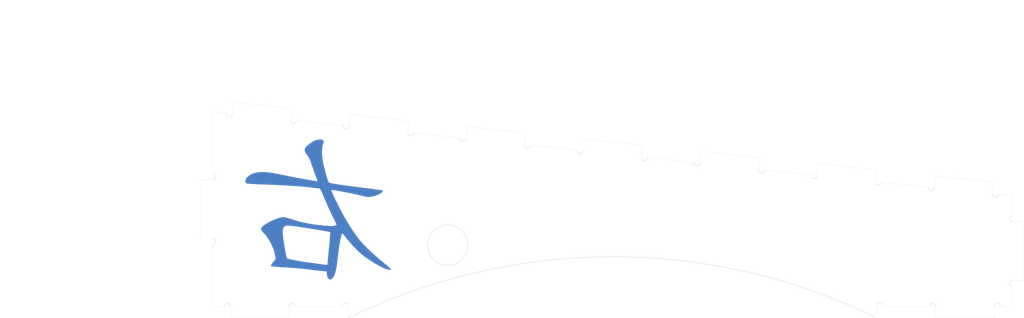
<source format=kicad_pcb>
(kicad_pcb (version 20171130) (host pcbnew 5.1.5+dfsg1-2build2)

  (general
    (thickness 1.6)
    (drawings 81)
    (tracks 0)
    (zones 0)
    (modules 1)
    (nets 1)
  )

  (page A4)
  (layers
    (0 F.Cu signal)
    (31 B.Cu signal)
    (32 B.Adhes user)
    (33 F.Adhes user)
    (34 B.Paste user)
    (35 F.Paste user)
    (36 B.SilkS user)
    (37 F.SilkS user)
    (38 B.Mask user)
    (39 F.Mask user)
    (40 Dwgs.User user)
    (41 Cmts.User user)
    (42 Eco1.User user)
    (43 Eco2.User user)
    (44 Edge.Cuts user)
    (45 Margin user)
    (46 B.CrtYd user)
    (47 F.CrtYd user)
    (48 B.Fab user)
    (49 F.Fab user)
  )

  (setup
    (last_trace_width 0.35)
    (trace_clearance 0.25)
    (zone_clearance 0.508)
    (zone_45_only no)
    (trace_min 0.3)
    (via_size 0.8)
    (via_drill 0.4)
    (via_min_size 0.5)
    (via_min_drill 0.4)
    (uvia_size 0.3)
    (uvia_drill 0.1)
    (uvias_allowed no)
    (uvia_min_size 0.2)
    (uvia_min_drill 0.1)
    (edge_width 0.05)
    (segment_width 0.2)
    (pcb_text_width 0.3)
    (pcb_text_size 1.5 1.5)
    (mod_edge_width 0.12)
    (mod_text_size 1 1)
    (mod_text_width 0.15)
    (pad_size 1.524 1.524)
    (pad_drill 0.762)
    (pad_to_mask_clearance 0.051)
    (solder_mask_min_width 0.25)
    (aux_axis_origin 0 0)
    (visible_elements FFFFFF7F)
    (pcbplotparams
      (layerselection 0x010fc_ffffffff)
      (usegerberextensions false)
      (usegerberattributes false)
      (usegerberadvancedattributes false)
      (creategerberjobfile false)
      (excludeedgelayer true)
      (linewidth 0.100000)
      (plotframeref false)
      (viasonmask false)
      (mode 1)
      (useauxorigin false)
      (hpglpennumber 1)
      (hpglpenspeed 20)
      (hpglpendiameter 15.000000)
      (psnegative false)
      (psa4output false)
      (plotreference true)
      (plotvalue true)
      (plotinvisibletext false)
      (padsonsilk false)
      (subtractmaskfromsilk false)
      (outputformat 1)
      (mirror false)
      (drillshape 1)
      (scaleselection 1)
      (outputdirectory ""))
  )

  (net 0 "")

  (net_class Default "This is the default net class."
    (clearance 0.25)
    (trace_width 0.35)
    (via_dia 0.8)
    (via_drill 0.4)
    (uvia_dia 0.3)
    (uvia_drill 0.1)
    (diff_pair_width 0.3)
    (diff_pair_gap 0.25)
  )

  (net_class Power ""
    (clearance 0.25)
    (trace_width 0.45)
    (via_dia 1)
    (via_drill 0.4)
    (uvia_dia 0.3)
    (uvia_drill 0.1)
    (diff_pair_width 0.3)
    (diff_pair_gap 0.25)
  )

  (module Digi:Right (layer B.Cu) (tedit 0) (tstamp 5F3393DC)
    (at 160.9 104.556 180)
    (fp_text reference "" (at 0 0) (layer B.SilkS)
      (effects (font (size 1.27 1.27) (thickness 0.15)) (justify mirror))
    )
    (fp_text value "" (at 0 0) (layer B.SilkS)
      (effects (font (size 1.27 1.27) (thickness 0.15)) (justify mirror))
    )
    (fp_poly (pts (xy -0.41256 9.423927) (xy -0.157025 9.376437) (xy 0.038821 9.298726) (xy 0.315616 9.143182)
      (xy 0.625447 8.941835) (xy 0.920405 8.726713) (xy 1.15258 8.529845) (xy 1.228591 8.450127)
      (xy 1.390353 8.165744) (xy 1.393361 7.873209) (xy 1.236126 7.555491) (xy 1.139383 7.430927)
      (xy 0.941191 7.157983) (xy 0.754356 6.839031) (xy 0.614466 6.539327) (xy 0.563251 6.374493)
      (xy 0.50907 6.178232) (xy 0.449424 6.011333) (xy 0.37551 5.811512) (xy 0.276941 5.527064)
      (xy 0.212636 5.334) (xy 0.093752 4.990402) (xy -0.052311 4.595011) (xy -0.152301 4.338177)
      (xy -0.254219 4.066645) (xy -0.317509 3.863211) (xy -0.328557 3.771673) (xy -0.328434 3.771545)
      (xy -0.236653 3.774809) (xy -0.001709 3.806924) (xy 0.353485 3.863685) (xy 0.806014 3.940887)
      (xy 1.332966 4.034328) (xy 1.911429 4.139802) (xy 2.518487 4.253106) (xy 3.13123 4.370034)
      (xy 3.726742 4.486385) (xy 4.282111 4.597952) (xy 4.774423 4.700532) (xy 4.995334 4.748361)
      (xy 5.973626 4.932193) (xy 6.821343 5.022027) (xy 7.549418 5.016864) (xy 8.168786 4.915702)
      (xy 8.69038 4.717543) (xy 9.125134 4.421388) (xy 9.187032 4.365158) (xy 9.388617 4.109562)
      (xy 9.484762 3.845135) (xy 9.466133 3.6147) (xy 9.376834 3.494201) (xy 9.269215 3.471338)
      (xy 9.013235 3.444913) (xy 8.629798 3.416237) (xy 8.139806 3.386624) (xy 7.564161 3.357386)
      (xy 6.923766 3.329835) (xy 6.519334 3.314739) (xy 5.533164 3.275905) (xy 4.559034 3.229798)
      (xy 3.620664 3.177997) (xy 2.741776 3.122079) (xy 1.946089 3.063622) (xy 1.257325 3.004203)
      (xy 0.699204 2.945401) (xy 0.425414 2.909393) (xy 0.051606 2.856859) (xy -0.222681 2.825314)
      (xy -0.464843 2.807226) (xy -0.510488 2.804805) (xy -0.591989 2.788797) (xy -0.668758 2.735489)
      (xy -0.752693 2.623657) (xy -0.855692 2.432077) (xy -0.989654 2.139528) (xy -1.166476 1.724787)
      (xy -1.3116 1.375833) (xy -1.549 0.817287) (xy -1.814318 0.217707) (xy -2.081845 -0.366305)
      (xy -2.325876 -0.878149) (xy -2.432459 -1.092097) (xy -2.623403 -1.471399) (xy -2.780829 -1.791543)
      (xy -2.891539 -2.025108) (xy -2.942339 -2.144673) (xy -2.943681 -2.154454) (xy -2.746224 -2.250044)
      (xy -2.543122 -2.308584) (xy -2.295759 -2.333362) (xy -1.965523 -2.327667) (xy -1.5138 -2.294789)
      (xy -1.406814 -2.28536) (xy -0.457453 -2.190161) (xy 0.367861 -2.082861) (xy 1.114385 -1.954662)
      (xy 1.827373 -1.796768) (xy 2.552081 -1.600385) (xy 3.279096 -1.374566) (xy 3.691013 -1.242834)
      (xy 3.98445 -1.159465) (xy 4.20125 -1.118325) (xy 4.383254 -1.113278) (xy 4.572308 -1.13819)
      (xy 4.707406 -1.165148) (xy 5.094935 -1.278678) (xy 5.564418 -1.464225) (xy 6.059892 -1.69556)
      (xy 6.525393 -1.946451) (xy 6.904959 -2.190668) (xy 6.921776 -2.203049) (xy 7.194239 -2.433886)
      (xy 7.323961 -2.636894) (xy 7.311192 -2.843779) (xy 7.156186 -3.086246) (xy 6.930706 -3.326388)
      (xy 6.59065 -3.726766) (xy 6.249416 -4.241541) (xy 5.934768 -4.818269) (xy 5.674474 -5.404508)
      (xy 5.496298 -5.947813) (xy 5.46177 -6.1009) (xy 5.408509 -6.373505) (xy 5.361713 -6.61245)
      (xy 5.374407 -6.823258) (xy 5.515525 -7.042168) (xy 5.548207 -7.078116) (xy 5.814119 -7.389112)
      (xy 5.958347 -7.620908) (xy 5.97486 -7.763211) (xy 5.960419 -7.781789) (xy 5.856746 -7.806258)
      (xy 5.609684 -7.836102) (xy 5.245009 -7.869082) (xy 4.788493 -7.90296) (xy 4.265911 -7.935497)
      (xy 4.062235 -7.946681) (xy 2.49043 -8.052545) (xy 1.016948 -8.200447) (xy -0.084666 -8.345846)
      (xy -0.270937 -8.368094) (xy -0.566063 -8.398211) (xy -0.910143 -8.430123) (xy -0.9525 -8.433839)
      (xy -1.608666 -8.491013) (xy -1.608666 -8.769661) (xy -1.657532 -9.151336) (xy -1.794258 -9.436754)
      (xy -1.94036 -9.563602) (xy -2.076272 -9.602709) (xy -2.2186 -9.545026) (xy -2.370826 -9.420583)
      (xy -2.536765 -9.20978) (xy -2.682708 -8.887884) (xy -2.811959 -8.442143) (xy -2.927823 -7.859809)
      (xy -3.033604 -7.128132) (xy -3.089895 -6.646334) (xy -3.168356 -5.983939) (xy -3.255115 -5.349705)
      (xy -3.346242 -4.764699) (xy -3.437808 -4.249985) (xy -3.525884 -3.826629) (xy -3.606539 -3.515698)
      (xy -3.675843 -3.338257) (xy -3.713287 -3.304494) (xy -3.786704 -3.369486) (xy -3.924802 -3.536691)
      (xy -4.082519 -3.748994) (xy -4.254052 -3.969821) (xy -4.512694 -4.277969) (xy -4.828287 -4.638601)
      (xy -5.170674 -5.016878) (xy -5.310185 -5.16726) (xy -5.701034 -5.575547) (xy -6.046036 -5.908584)
      (xy -6.388879 -6.202957) (xy -6.773251 -6.495249) (xy -7.242838 -6.822044) (xy -7.461242 -6.968568)
      (xy -8.191182 -7.435505) (xy -8.817645 -7.792704) (xy -9.35813 -8.048912) (xy -9.830136 -8.212876)
      (xy -10.05334 -8.264402) (xy -10.231331 -8.28329) (xy -10.308392 -8.249612) (xy -10.277891 -8.155184)
      (xy -10.133194 -7.991822) (xy -9.867667 -7.751343) (xy -9.474678 -7.425563) (xy -9.186333 -7.194782)
      (xy -8.695428 -6.789725) (xy -8.165173 -6.325587) (xy -7.626052 -5.831331) (xy -7.108549 -5.335919)
      (xy -6.643148 -4.868314) (xy -6.260333 -4.457481) (xy -6.068768 -4.232791) (xy -5.50799 -3.488785)
      (xy -5.279965 -3.150667) (xy -2.078222 -3.150667) (xy -2.07819 -3.239117) (xy -2.063377 -3.473394)
      (xy -2.035625 -3.830811) (xy -1.996777 -4.28868) (xy -1.948676 -4.824314) (xy -1.900725 -5.336016)
      (xy -1.844877 -5.923269) (xy -1.794725 -6.454625) (xy -1.752426 -6.906897) (xy -1.720139 -7.256897)
      (xy -1.700021 -7.481439) (xy -1.694098 -7.5565) (xy -1.678294 -7.595731) (xy -1.611131 -7.61229)
      (xy -1.461161 -7.605436) (xy -1.196937 -7.574429) (xy -0.931333 -7.538532) (xy -0.64775 -7.49944)
      (xy -0.243076 -7.443699) (xy 0.236025 -7.377737) (xy 0.742889 -7.307976) (xy 0.931334 -7.282047)
      (xy 1.545465 -7.192329) (xy 2.133551 -7.096735) (xy 2.671082 -7.000119) (xy 3.133546 -6.907338)
      (xy 3.496432 -6.823246) (xy 3.735229 -6.752697) (xy 3.819857 -6.709909) (xy 3.847957 -6.669975)
      (xy 3.876221 -6.597326) (xy 3.909069 -6.470191) (xy 3.950922 -6.266801) (xy 4.006199 -5.965385)
      (xy 4.07932 -5.544173) (xy 4.174705 -4.981395) (xy 4.193746 -4.868334) (xy 4.306452 -4.141213)
      (xy 4.37347 -3.561136) (xy 4.395124 -3.112181) (xy 4.371734 -2.778428) (xy 4.303623 -2.543958)
      (xy 4.24273 -2.445913) (xy 4.140303 -2.34174) (xy 4.014053 -2.284518) (xy 3.816341 -2.263012)
      (xy 3.499527 -2.265987) (xy 3.481984 -2.266508) (xy 3.292514 -2.282672) (xy 2.974689 -2.321531)
      (xy 2.552715 -2.379236) (xy 2.050797 -2.451937) (xy 1.493141 -2.535787) (xy 0.903953 -2.626935)
      (xy 0.307439 -2.721532) (xy -0.272195 -2.81573) (xy -0.810743 -2.905679) (xy -1.284 -2.98753)
      (xy -1.667759 -3.057435) (xy -1.937815 -3.111543) (xy -2.069961 -3.146006) (xy -2.078222 -3.150667)
      (xy -5.279965 -3.150667) (xy -4.914795 -2.609192) (xy -4.305828 -1.620496) (xy -3.697734 -0.549178)
      (xy -3.38187 0.042333) (xy -3.132058 0.529493) (xy -2.891538 1.015275) (xy -2.671365 1.475536)
      (xy -2.482593 1.886135) (xy -2.336275 2.222931) (xy -2.243465 2.46178) (xy -2.215217 2.578542)
      (xy -2.217791 2.58468) (xy -2.313792 2.586138) (xy -2.547064 2.558218) (xy -2.889099 2.506074)
      (xy -3.311395 2.43486) (xy -3.785444 2.349727) (xy -4.282741 2.255831) (xy -4.774783 2.158324)
      (xy -5.233062 2.06236) (xy -5.629074 1.973091) (xy -5.715 1.952427) (xy -6.140366 1.850128)
      (xy -6.53565 1.75801) (xy -6.855237 1.686524) (xy -7.046212 1.647416) (xy -7.336804 1.633371)
      (xy -7.680655 1.675042) (xy -8.048736 1.760827) (xy -8.41202 1.879124) (xy -8.741479 2.01833)
      (xy -9.008085 2.166843) (xy -9.182811 2.313062) (xy -9.236628 2.445383) (xy -9.202827 2.509395)
      (xy -9.10901 2.532568) (xy -8.871012 2.57231) (xy -8.512798 2.625171) (xy -8.058332 2.687702)
      (xy -7.53158 2.756451) (xy -7.181534 2.800397) (xy -5.944564 2.955472) (xy -4.874695 3.094035)
      (xy -3.970523 3.216292) (xy -3.230643 3.322453) (xy -2.653652 3.412725) (xy -2.238144 3.487317)
      (xy -1.982715 3.546437) (xy -1.889816 3.585251) (xy -1.822353 3.711272) (xy -1.726037 3.969954)
      (xy -1.610087 4.328955) (xy -1.483721 4.755939) (xy -1.356158 5.218567) (xy -1.236617 5.684499)
      (xy -1.134316 6.121398) (xy -1.058473 6.496924) (xy -1.056288 6.509257) (xy -0.95748 7.26996)
      (xy -0.939298 7.952748) (xy -1.001471 8.530327) (xy -1.0795 8.821495) (xy -1.162233 9.068503)
      (xy -1.184814 9.209057) (xy -1.145208 9.29575) (xy -1.058333 9.368474) (xy -0.913748 9.439067)
      (xy -0.71166 9.457435) (xy -0.41256 9.423927)) (layer B.Cu) (width 0.01))
  )

  (gr_circle (center 178.95 109.475454) (end 181.7 109.525454) (layer Edge.Cuts) (width 0.05) (tstamp 5F33886E))
  (gr_text "Right Side" (at 204.59 87.25) (layer Cmts.User) (tstamp 5F33885F)
    (effects (font (size 5 5) (thickness 0.15)))
  )
  (gr_text "Left Keyboard" (at 143.83 79.31) (layer Cmts.User) (tstamp 5F338859)
    (effects (font (size 5 5) (thickness 0.15)))
  )
  (gr_arc (start 148.969 117.7805) (end 149.369 117.7805) (angle -180) (layer Edge.Cuts) (width 0.05) (tstamp 5F33884D))
  (gr_arc (start 164.968 117.7805) (end 165.368 117.7805) (angle -180) (layer Edge.Cuts) (width 0.05) (tstamp 5F33884A))
  (gr_arc (start 244.969 117.7805) (end 245.369 117.7805) (angle -180) (layer Edge.Cuts) (width 0.05) (tstamp 5F338847))
  (gr_line (start 165.490441 119.370903) (end 165.368 119.3804) (layer Edge.Cuts) (width 0.05) (tstamp 5F33883E))
  (gr_arc (start 253.768 117.7805) (end 254.168 117.7805) (angle -180) (layer Edge.Cuts) (width 0.05) (tstamp 5F33883B))
  (gr_arc (start 237.769 117.7805) (end 238.169 117.7805) (angle -180) (layer Edge.Cuts) (width 0.05) (tstamp 5F338838))
  (gr_arc (start 157.769 117.7805) (end 158.169 117.7805) (angle -180) (layer Edge.Cuts) (width 0.05) (tstamp 5F338835))
  (gr_arc (start 255.769 114.6803) (end 255.769 114.2803) (angle -179.8484242) (layer Edge.Cuts) (width 0.05) (tstamp 5F338829))
  (gr_arc (start 255.770058 105.880701) (end 255.770058 105.480701) (angle -179.8484242) (layer Edge.Cuts) (width 0.05) (tstamp 5F338826))
  (gr_arc (start 146.967942 108.962799) (end 146.967942 109.362799) (angle -179.8484242) (layer Edge.Cuts) (width 0.05) (tstamp 5F338820))
  (gr_arc (start 149.254 91.6266) (end 149.654 91.6266) (angle 192) (layer Edge.Cuts) (width 0.05) (tstamp 5F338817))
  (gr_arc (start 253.476259 102.581365) (end 253.876259 102.581365) (angle 192) (layer Edge.Cuts) (width 0.05) (tstamp 5F338814))
  (gr_arc (start 158.001259 92.546265) (end 158.401259 92.546265) (angle 192) (layer Edge.Cuts) (width 0.05) (tstamp 5F338811))
  (gr_arc (start 173.913259 94.219065) (end 174.313259 94.219065) (angle 192) (layer Edge.Cuts) (width 0.05) (tstamp 5F33880E))
  (gr_arc (start 189.825259 95.892365) (end 190.225259 95.892365) (angle 192) (layer Edge.Cuts) (width 0.05) (tstamp 5F33880B))
  (gr_arc (start 205.737259 97.563765) (end 206.137259 97.563765) (angle 192) (layer Edge.Cuts) (width 0.05) (tstamp 5F338808))
  (gr_arc (start 221.651259 99.236665) (end 222.051259 99.236665) (angle 192) (layer Edge.Cuts) (width 0.05) (tstamp 5F338805))
  (gr_arc (start 237.563259 100.909565) (end 237.963259 100.909565) (angle 192) (layer Edge.Cuts) (width 0.05) (tstamp 5F338802))
  (gr_arc (start 244.728 101.6614) (end 245.128 101.6614) (angle 192) (layer Edge.Cuts) (width 0.05) (tstamp 5F3387FF))
  (gr_arc (start 228.816 99.9899) (end 229.216 99.9899) (angle 192) (layer Edge.Cuts) (width 0.05) (tstamp 5F3387FC))
  (gr_arc (start 212.903 98.3171) (end 213.303 98.3171) (angle 192) (layer Edge.Cuts) (width 0.05) (tstamp 5F3387F9))
  (gr_arc (start 196.991 96.6442) (end 197.391 96.6442) (angle 192) (layer Edge.Cuts) (width 0.05) (tstamp 5F3387F6))
  (gr_arc (start 181.079 94.9727) (end 181.479 94.9727) (angle 192) (layer Edge.Cuts) (width 0.05) (tstamp 5F3387F3))
  (gr_arc (start 165.167 93.2995) (end 165.567 93.2995) (angle 192) (layer Edge.Cuts) (width 0.05) (tstamp 5F3387F0))
  (gr_arc (start 146.969 100.1632) (end 146.969 100.5632) (angle -179.8484242) (layer Edge.Cuts) (width 0.05) (tstamp 5F3387C0))
  (gr_arc (start 201.42 192.93) (end 237.368999 119.380401) (angle -52.08105479) (layer Edge.Cuts) (width 0.05) (tstamp 5F3387BD))
  (gr_line (start 146.969 117.7805) (end 148.569 117.7805) (layer Edge.Cuts) (width 0.02) (tstamp 5F33878D))
  (gr_line (start 158.169 117.7805) (end 164.568 117.7805) (layer Edge.Cuts) (width 0.02) (tstamp 5F338787))
  (gr_line (start 157.369 119.3804) (end 157.369 117.7805) (layer Edge.Cuts) (width 0.02) (tstamp 5F338754))
  (gr_line (start 148.862741 91.543435) (end 146.969 91.3455) (layer Edge.Cuts) (width 0.02) (tstamp 5F33873C))
  (gr_line (start 146.969 91.3455) (end 146.970058 99.763201) (layer Edge.Cuts) (width 0.02) (tstamp 5F338739))
  (gr_line (start 146.969 100.5632) (end 145.369 100.5632) (layer Edge.Cuts) (width 0.02) (tstamp 5F338736))
  (gr_line (start 145.369 100.5632) (end 145.369 108.5628) (layer Edge.Cuts) (width 0.02) (tstamp 5F338733))
  (gr_line (start 145.369 108.5628) (end 146.969 108.5628) (layer Edge.Cuts) (width 0.02) (tstamp 5F33872D))
  (gr_line (start 146.967942 109.362799) (end 146.969 117.7805) (layer Edge.Cuts) (width 0.02) (tstamp 5F33872A))
  (gr_line (start 146.969 117.7805) (end 146.969 117.7805) (layer Edge.Cuts) (width 0.02) (tstamp 5F338727))
  (gr_line (start 149.821 90.0363) (end 149.654 91.6266) (layer Edge.Cuts) (width 0.02) (tstamp 5F338724))
  (gr_line (start 180.687741 94.889535) (end 174.313259 94.219065) (layer Edge.Cuts) (width 0.02) (tstamp 5F338721))
  (gr_line (start 173.522 94.1359) (end 173.689 92.5446) (layer Edge.Cuts) (width 0.02) (tstamp 5F33871E))
  (gr_line (start 173.689 92.5446) (end 165.733 91.7081) (layer Edge.Cuts) (width 0.02) (tstamp 5F33871B))
  (gr_line (start 165.733 91.7081) (end 165.567 93.2995) (layer Edge.Cuts) (width 0.02) (tstamp 5F338718))
  (gr_line (start 164.775741 93.216335) (end 158.401259 92.546265) (layer Edge.Cuts) (width 0.02) (tstamp 5F338715))
  (gr_line (start 157.61 92.4631) (end 157.778 90.8727) (layer Edge.Cuts) (width 0.02) (tstamp 5F33870F))
  (gr_line (start 157.778 90.8727) (end 149.821 90.0363) (layer Edge.Cuts) (width 0.02) (tstamp 5F33870C))
  (gr_line (start 181.646 93.381) (end 181.479 94.9727) (layer Edge.Cuts) (width 0.02) (tstamp 5F338709))
  (gr_line (start 212.511741 98.233935) (end 206.137259 97.563765) (layer Edge.Cuts) (width 0.02) (tstamp 5F338706))
  (gr_line (start 205.346 97.4806) (end 205.515 95.8889) (layer Edge.Cuts) (width 0.02) (tstamp 5F338703))
  (gr_line (start 205.515 95.8889) (end 197.558 95.0539) (layer Edge.Cuts) (width 0.02) (tstamp 5F338700))
  (gr_line (start 197.558 95.0539) (end 197.391 96.6442) (layer Edge.Cuts) (width 0.02) (tstamp 5F3386FD))
  (gr_line (start 196.599741 96.561035) (end 190.225259 95.892365) (layer Edge.Cuts) (width 0.02) (tstamp 5F3386FA))
  (gr_line (start 189.434 95.8092) (end 189.602 94.2174) (layer Edge.Cuts) (width 0.02) (tstamp 5F3386F7))
  (gr_line (start 189.602 94.2174) (end 181.646 93.381) (layer Edge.Cuts) (width 0.02) (tstamp 5F3386F4))
  (gr_line (start 213.47 96.7253) (end 213.303 98.3171) (layer Edge.Cuts) (width 0.02) (tstamp 5F3386F1))
  (gr_line (start 244.336741 101.578235) (end 237.963259 100.909565) (layer Edge.Cuts) (width 0.02) (tstamp 5F3386EB))
  (gr_line (start 237.172 100.8264) (end 237.339 99.235) (layer Edge.Cuts) (width 0.02) (tstamp 5F3386E8))
  (gr_line (start 237.339 99.235) (end 229.382 98.3982) (layer Edge.Cuts) (width 0.02) (tstamp 5F3386E5))
  (gr_line (start 229.382 98.3982) (end 229.216 99.9899) (layer Edge.Cuts) (width 0.02) (tstamp 5F3386E2))
  (gr_line (start 228.424741 99.906735) (end 222.051259 99.236665) (layer Edge.Cuts) (width 0.02) (tstamp 5F3386DF))
  (gr_line (start 221.26 99.1535) (end 221.427 97.5618) (layer Edge.Cuts) (width 0.02) (tstamp 5F3386DC))
  (gr_line (start 221.427 97.5618) (end 213.47 96.7253) (layer Edge.Cuts) (width 0.02) (tstamp 5F3386D9))
  (gr_line (start 245.296 100.0714) (end 245.128 101.6614) (layer Edge.Cuts) (width 0.02) (tstamp 5F3386D6))
  (gr_line (start 149.369 117.7805) (end 149.369 119.3804) (layer Edge.Cuts) (width 0.02) (tstamp 5F3386D3))
  (gr_line (start 255.769 114.2803) (end 257.369 114.2803) (layer Edge.Cuts) (width 0.02) (tstamp 5F3386D0))
  (gr_line (start 165.368 117.7805) (end 165.368 119.3804) (layer Edge.Cuts) (width 0.02) (tstamp 5F3386CD))
  (gr_line (start 257.369 114.2803) (end 257.369 106.2807) (layer Edge.Cuts) (width 0.02) (tstamp 5F3386C7))
  (gr_line (start 257.369 106.2807) (end 255.769 106.2807) (layer Edge.Cuts) (width 0.02) (tstamp 5F3386C4))
  (gr_line (start 255.770058 105.480701) (end 255.769 102.7804) (layer Edge.Cuts) (width 0.02) (tstamp 5F3386C1))
  (gr_line (start 255.769 102.7804) (end 253.876259 102.581365) (layer Edge.Cuts) (width 0.02) (tstamp 5F3386BE))
  (gr_line (start 253.085 102.4982) (end 253.251 100.9079) (layer Edge.Cuts) (width 0.02) (tstamp 5F3386BB))
  (gr_line (start 253.251 100.9079) (end 245.296 100.0714) (layer Edge.Cuts) (width 0.02) (tstamp 5F3386B5))
  (gr_line (start 255.769 117.7805) (end 255.767942 115.080299) (layer Edge.Cuts) (width 0.02) (tstamp 5F3386AC))
  (gr_line (start 237.369 119.3804) (end 237.369 117.7805) (layer Edge.Cuts) (width 0.02) (tstamp 5F3386A6))
  (gr_line (start 238.169 117.7805) (end 244.569 117.7805) (layer Edge.Cuts) (width 0.02) (tstamp 5F3386A0))
  (gr_line (start 245.369 117.7805) (end 245.369 119.3804) (layer Edge.Cuts) (width 0.02) (tstamp 5F33869D))
  (gr_line (start 245.369 119.3804) (end 253.368 119.3804) (layer Edge.Cuts) (width 0.02) (tstamp 5F33869A))
  (gr_line (start 253.368 119.3804) (end 253.368 117.7805) (layer Edge.Cuts) (width 0.02) (tstamp 5F338697))
  (gr_line (start 254.168 117.7805) (end 255.769 117.7805) (layer Edge.Cuts) (width 0.02) (tstamp 5F338691))
  (gr_line (start 149.369 119.3804) (end 157.369 119.3804) (layer Edge.Cuts) (width 0.02) (tstamp 5F33868B))

)

</source>
